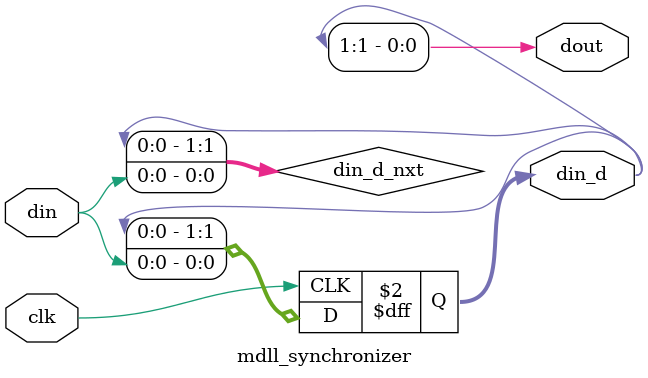
<source format=sv>
/****************************************************************

Copyright (c) #YEAR# #LICENSOR#. All rights reserved.

The information and source code contained herein is the 
property of #LICENSOR#, and may not be disclosed or
reproduced in whole or in part without explicit written 
authorization from #LICENSOR#.

* Filename   : mdll_synchronizer.sv
* Author     : Byongchan Lim (bclim@alumni.stanford.edu)
* Description:
  - multi-stage sampler for clock domain crossing

* Note       :
  -

* Todo       :
  -

* Fixme      :
  -

* Revision   :
  - 00/00/00: Initial commit

****************************************************************/


module mdll_synchronizer #(
// parameters here
    parameter int DEPTH = 2 // # of flop stages (>=2)
) (
// I/Os here
    input clk,
    input din,
    output dout,
    output reg [DEPTH-1:0] din_d 
);

//synopsys translate_off
timeunit 1fs;
timeprecision 1fs;
//synopsys translate_on

//---------------------
// VARIABLES, WIRES
//---------------------

wire [DEPTH-1:0] din_d_nxt;

//---------------------
// INSTANTIATION
//---------------------


//---------------------
// COMBINATIONAL
//---------------------

assign din_d_nxt = {din_d[DEPTH-2:0], din};
assign dout = din_d[DEPTH-1];

//---------------------
// SEQ
//---------------------

always @(posedge clk) din_d <= din_d_nxt;

//---------------------
// OTHERS
//---------------------

// synopsys translate_off

// synopsys translate_on

endmodule


</source>
